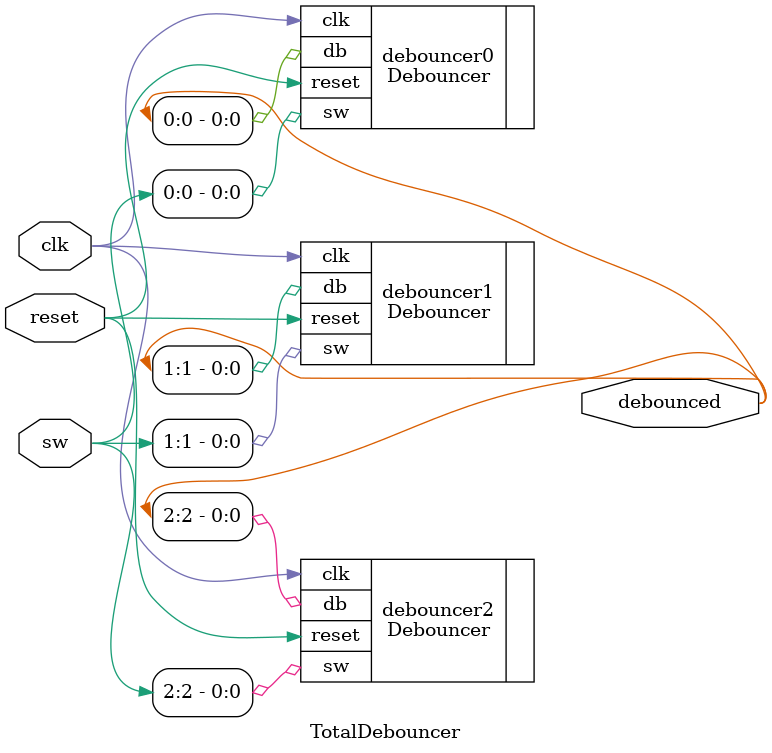
<source format=v>
`timescale 1ns / 1ps
module TotalDebouncer(
		//botones con entradas con efecto rebote
		input [2:0]sw,
		
		//reloj de la nexys
		input clk,
		input reset,
		
		//salidas de los botones sin efecto rebote
		output [2:0]debounced
		
    );


	// debpuncer para señal 0
	Debouncer debouncer0(
		.clk(clk), 
		.reset(reset),
		.sw(sw[0]),
		.db(debounced[0])
	);
	// debpuncer para señal 1
		Debouncer debouncer1(
		.clk(clk), 
		.reset(reset),
		.sw(sw[1]),
		.db(debounced[1])
	);
	// debpuncer para señal 2
		Debouncer debouncer2(
		.clk(clk), 
		.reset(reset),
		.sw(sw[2]),
		.db(debounced[2])
	);



endmodule

</source>
